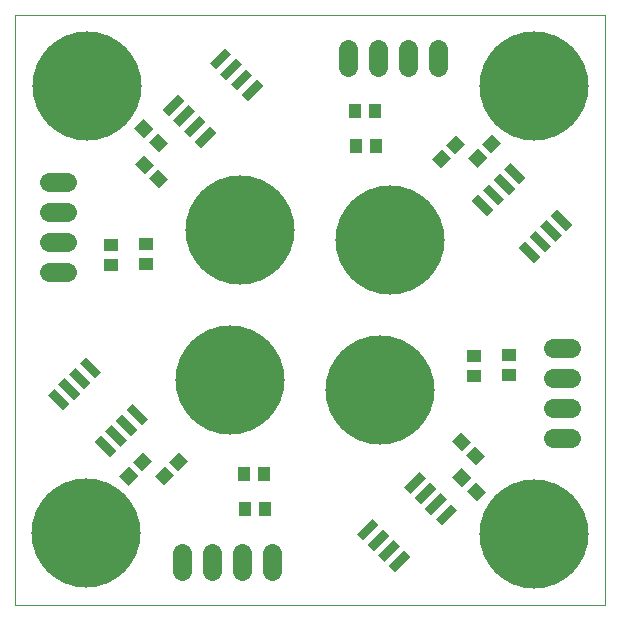
<source format=gts>
G75*
G70*
%OFA0B0*%
%FSLAX24Y24*%
%IPPOS*%
%LPD*%
%AMOC8*
5,1,8,0,0,1.08239X$1,22.5*
%
%ADD10C,0.0000*%
%ADD11R,0.0729X0.0296*%
%ADD12C,0.3640*%
%ADD13C,0.0640*%
%ADD14R,0.0473X0.0434*%
%ADD15R,0.0434X0.0473*%
D10*
X000181Y000181D02*
X000181Y019866D01*
X019866Y019866D01*
X019866Y000181D01*
X000181Y000181D01*
D11*
G36*
X003355Y005115D02*
X002841Y005629D01*
X003051Y005839D01*
X003565Y005325D01*
X003355Y005115D01*
G37*
G36*
X003708Y005468D02*
X003194Y005982D01*
X003404Y006192D01*
X003918Y005678D01*
X003708Y005468D01*
G37*
G36*
X004062Y005822D02*
X003548Y006336D01*
X003758Y006546D01*
X004272Y006032D01*
X004062Y005822D01*
G37*
G36*
X004415Y006175D02*
X003901Y006689D01*
X004111Y006899D01*
X004625Y006385D01*
X004415Y006175D01*
G37*
G36*
X002856Y007734D02*
X002342Y008248D01*
X002552Y008458D01*
X003066Y007944D01*
X002856Y007734D01*
G37*
G36*
X002503Y007381D02*
X001989Y007895D01*
X002199Y008105D01*
X002713Y007591D01*
X002503Y007381D01*
G37*
G36*
X002149Y007027D02*
X001635Y007541D01*
X001845Y007751D01*
X002359Y007237D01*
X002149Y007027D01*
G37*
G36*
X001796Y006674D02*
X001282Y007188D01*
X001492Y007398D01*
X002006Y006884D01*
X001796Y006674D01*
G37*
G36*
X006175Y015633D02*
X006689Y016147D01*
X006899Y015937D01*
X006385Y015423D01*
X006175Y015633D01*
G37*
G36*
X005822Y015986D02*
X006336Y016500D01*
X006546Y016290D01*
X006032Y015776D01*
X005822Y015986D01*
G37*
G36*
X005468Y016340D02*
X005982Y016854D01*
X006192Y016644D01*
X005678Y016130D01*
X005468Y016340D01*
G37*
G36*
X005115Y016693D02*
X005629Y017207D01*
X005839Y016997D01*
X005325Y016483D01*
X005115Y016693D01*
G37*
G36*
X006674Y018252D02*
X007188Y018766D01*
X007398Y018556D01*
X006884Y018042D01*
X006674Y018252D01*
G37*
G36*
X007027Y017899D02*
X007541Y018413D01*
X007751Y018203D01*
X007237Y017689D01*
X007027Y017899D01*
G37*
G36*
X007381Y017545D02*
X007895Y018059D01*
X008105Y017849D01*
X007591Y017335D01*
X007381Y017545D01*
G37*
G36*
X007734Y017192D02*
X008248Y017706D01*
X008458Y017496D01*
X007944Y016982D01*
X007734Y017192D01*
G37*
G36*
X015633Y013873D02*
X016147Y013359D01*
X015937Y013149D01*
X015423Y013663D01*
X015633Y013873D01*
G37*
G36*
X015986Y014226D02*
X016500Y013712D01*
X016290Y013502D01*
X015776Y014016D01*
X015986Y014226D01*
G37*
G36*
X016340Y014580D02*
X016854Y014066D01*
X016644Y013856D01*
X016130Y014370D01*
X016340Y014580D01*
G37*
G36*
X016693Y014933D02*
X017207Y014419D01*
X016997Y014209D01*
X016483Y014723D01*
X016693Y014933D01*
G37*
G36*
X018252Y013374D02*
X018766Y012860D01*
X018556Y012650D01*
X018042Y013164D01*
X018252Y013374D01*
G37*
G36*
X017899Y013021D02*
X018413Y012507D01*
X018203Y012297D01*
X017689Y012811D01*
X017899Y013021D01*
G37*
G36*
X017545Y012667D02*
X018059Y012153D01*
X017849Y011943D01*
X017335Y012457D01*
X017545Y012667D01*
G37*
G36*
X017192Y012314D02*
X017706Y011800D01*
X017496Y011590D01*
X016982Y012104D01*
X017192Y012314D01*
G37*
G36*
X013873Y004415D02*
X013359Y003901D01*
X013149Y004111D01*
X013663Y004625D01*
X013873Y004415D01*
G37*
G36*
X014226Y004062D02*
X013712Y003548D01*
X013502Y003758D01*
X014016Y004272D01*
X014226Y004062D01*
G37*
G36*
X014580Y003708D02*
X014066Y003194D01*
X013856Y003404D01*
X014370Y003918D01*
X014580Y003708D01*
G37*
G36*
X014933Y003355D02*
X014419Y002841D01*
X014209Y003051D01*
X014723Y003565D01*
X014933Y003355D01*
G37*
G36*
X013374Y001796D02*
X012860Y001282D01*
X012650Y001492D01*
X013164Y002006D01*
X013374Y001796D01*
G37*
G36*
X013021Y002149D02*
X012507Y001635D01*
X012297Y001845D01*
X012811Y002359D01*
X013021Y002149D01*
G37*
G36*
X012667Y002503D02*
X012153Y001989D01*
X011943Y002199D01*
X012457Y002713D01*
X012667Y002503D01*
G37*
G36*
X012314Y002856D02*
X011800Y002342D01*
X011590Y002552D01*
X012104Y003066D01*
X012314Y002856D01*
G37*
D12*
X012355Y007355D03*
X012693Y012355D03*
X007693Y012693D03*
X007355Y007693D03*
X002567Y002575D03*
X002575Y017481D03*
X017481Y017473D03*
X017473Y002567D03*
D13*
X018110Y005748D02*
X018710Y005748D01*
X018710Y006748D02*
X018110Y006748D01*
X018110Y007748D02*
X018710Y007748D01*
X018710Y008748D02*
X018110Y008748D01*
X014300Y018110D02*
X014300Y018710D01*
X013300Y018710D02*
X013300Y018110D01*
X012300Y018110D02*
X012300Y018710D01*
X011300Y018710D02*
X011300Y018110D01*
X001938Y014300D02*
X001338Y014300D01*
X001338Y013300D02*
X001938Y013300D01*
X001938Y012300D02*
X001338Y012300D01*
X001338Y011300D02*
X001938Y011300D01*
X005748Y001938D02*
X005748Y001338D01*
X006748Y001338D02*
X006748Y001938D01*
X007748Y001938D02*
X007748Y001338D01*
X008748Y001338D02*
X008748Y001938D01*
D14*
G36*
X005329Y004971D02*
X005662Y005304D01*
X005969Y004997D01*
X005636Y004664D01*
X005329Y004971D01*
G37*
G36*
X004855Y004497D02*
X005188Y004830D01*
X005495Y004523D01*
X005162Y004190D01*
X004855Y004497D01*
G37*
G36*
X004125Y004948D02*
X004458Y005281D01*
X004765Y004974D01*
X004432Y004641D01*
X004125Y004948D01*
G37*
G36*
X003652Y004475D02*
X003985Y004808D01*
X004292Y004501D01*
X003959Y004168D01*
X003652Y004475D01*
G37*
X003386Y011532D03*
X003386Y012201D03*
X004567Y012233D03*
X004567Y011563D03*
G36*
X004971Y014719D02*
X005304Y014386D01*
X004997Y014079D01*
X004664Y014412D01*
X004971Y014719D01*
G37*
G36*
X004497Y015192D02*
X004830Y014859D01*
X004523Y014552D01*
X004190Y014885D01*
X004497Y015192D01*
G37*
G36*
X004948Y015923D02*
X005281Y015590D01*
X004974Y015283D01*
X004641Y015616D01*
X004948Y015923D01*
G37*
G36*
X004475Y016396D02*
X004808Y016063D01*
X004501Y015756D01*
X004168Y016089D01*
X004475Y016396D01*
G37*
G36*
X014719Y015077D02*
X014386Y014744D01*
X014079Y015051D01*
X014412Y015384D01*
X014719Y015077D01*
G37*
G36*
X015192Y015550D02*
X014859Y015217D01*
X014552Y015524D01*
X014885Y015857D01*
X015192Y015550D01*
G37*
G36*
X015923Y015099D02*
X015590Y014766D01*
X015283Y015073D01*
X015616Y015406D01*
X015923Y015099D01*
G37*
G36*
X016396Y015573D02*
X016063Y015240D01*
X015756Y015547D01*
X016089Y015880D01*
X016396Y015573D01*
G37*
X016662Y008516D03*
X016662Y007847D03*
X015481Y007815D03*
X015481Y008485D03*
G36*
X015077Y005329D02*
X014744Y005662D01*
X015051Y005969D01*
X015384Y005636D01*
X015077Y005329D01*
G37*
G36*
X015550Y004855D02*
X015217Y005188D01*
X015524Y005495D01*
X015857Y005162D01*
X015550Y004855D01*
G37*
G36*
X015099Y004125D02*
X014766Y004458D01*
X015073Y004765D01*
X015406Y004432D01*
X015099Y004125D01*
G37*
G36*
X015573Y003652D02*
X015240Y003985D01*
X015547Y004292D01*
X015880Y003959D01*
X015573Y003652D01*
G37*
D15*
X008516Y003386D03*
X007847Y003386D03*
X007815Y004567D03*
X008485Y004567D03*
X011563Y015481D03*
X012233Y015481D03*
X012201Y016662D03*
X011532Y016662D03*
M02*

</source>
